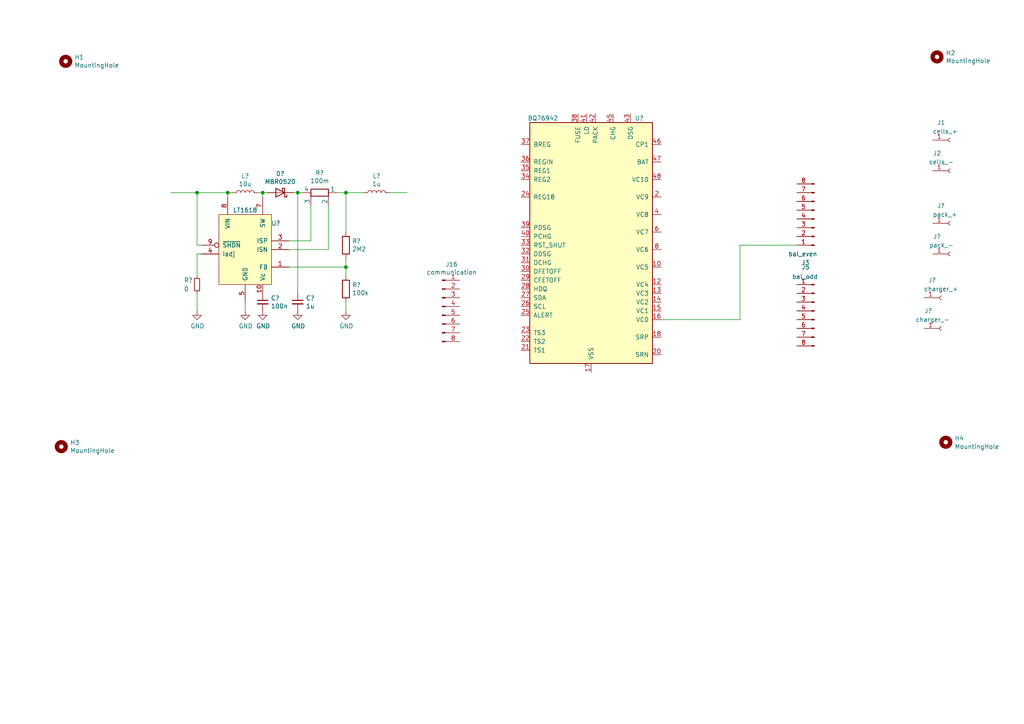
<source format=kicad_sch>
(kicad_sch (version 20230121) (generator eeschema)
  (paper "A4")
  (lib_symbols
    (symbol "Connector:Conn_01x01_Socket" (pin_names (offset 1.016) hide)
      (property "Reference" "J" (at 0 2.54 0))
      (property "Value" "Conn_01x01_Socket" (at 0 -2.54 0))
      (symbol "Conn_01x01_Socket_1_1"
        (polyline (pts (xy -1.27 0) (xy -0.508 0)) (stroke (width 0.1524)))
        (arc (start 0 0.508) (mid -0.5058 0) (end 0 -0.508) (stroke (width 0.1524)))
        (pin passive line (at -5.08 0 0) (length 3.81) (name "Pin_1") (number "1"))
      )
    )
    (symbol "Connector:Conn_01x08_Pin" (pin_names (offset 1.016) hide)
      (property "Reference" "J" (at 0 10.16 0))
      (property "Value" "Conn_01x08_Pin" (at 0 -12.7 0))
      (symbol "Conn_01x08_Pin_1_1"
        (polyline (pts (xy 1.27 -10.16) (xy 0.8636 -10.16)) (stroke (width 0.1524)))
        (polyline (pts (xy 1.27 -7.62) (xy 0.8636 -7.62)) (stroke (width 0.1524)))
        (polyline (pts (xy 1.27 -5.08) (xy 0.8636 -5.08)) (stroke (width 0.1524)))
        (polyline (pts (xy 1.27 -2.54) (xy 0.8636 -2.54)) (stroke (width 0.1524)))
        (polyline (pts (xy 1.27 0) (xy 0.8636 0)) (stroke (width 0.1524)))
        (polyline (pts (xy 1.27 2.54) (xy 0.8636 2.54)) (stroke (width 0.1524)))
        (polyline (pts (xy 1.27 5.08) (xy 0.8636 5.08)) (stroke (width 0.1524)))
        (polyline (pts (xy 1.27 7.62) (xy 0.8636 7.62)) (stroke (width 0.1524)))
        (rectangle (start 0.8636 -10.033) (end 0 -10.287) (stroke (width 0.1524)) (fill (type outline)))
        (rectangle (start 0.8636 -7.493) (end 0 -7.747) (stroke (width 0.1524)) (fill (type outline)))
        (rectangle (start 0.8636 -4.953) (end 0 -5.207) (stroke (width 0.1524)) (fill (type outline)))
        (rectangle (start 0.8636 -2.413) (end 0 -2.667) (stroke (width 0.1524)) (fill (type outline)))
        (rectangle (start 0.8636 0.127) (end 0 -0.127) (stroke (width 0.1524)) (fill (type outline)))
        (rectangle (start 0.8636 2.667) (end 0 2.413) (stroke (width 0.1524)) (fill (type outline)))
        (rectangle (start 0.8636 5.207) (end 0 4.953) (stroke (width 0.1524)) (fill (type outline)))
        (rectangle (start 0.8636 7.747) (end 0 7.493) (stroke (width 0.1524)) (fill (type outline)))
        (pin passive line (at 5.08 7.62 180) (length 3.81) (name "Pin_1") (number "1"))
        (pin passive line (at 5.08 5.08 180) (length 3.81) (name "Pin_2") (number "2"))
        (pin passive line (at 5.08 2.54 180) (length 3.81) (name "Pin_3") (number "3"))
        (pin passive line (at 5.08 0 180) (length 3.81) (name "Pin_4") (number "4"))
        (pin passive line (at 5.08 -2.54 180) (length 3.81) (name "Pin_5") (number "5"))
        (pin passive line (at 5.08 -5.08 180) (length 3.81) (name "Pin_6") (number "6"))
        (pin passive line (at 5.08 -7.62 180) (length 3.81) (name "Pin_7") (number "7"))
        (pin passive line (at 5.08 -10.16 180) (length 3.81) (name "Pin_8") (number "8"))
      )
    )
    (symbol "Device:C_Small" (pin_numbers hide) (pin_names (offset 0.254) hide)
      (property "Reference" "C" (at 0.254 1.778 0))
      (property "Value" "C_Small" (at 0.254 -2.032 0))
      (symbol "C_Small_0_1"
        (polyline (pts (xy -1.524 -0.508) (xy 1.524 -0.508)) (stroke (width 0.3302)))
        (polyline (pts (xy -1.524 0.508) (xy 1.524 0.508)) (stroke (width 0.3048)))
      )
      (symbol "C_Small_1_1"
        (pin passive line (at 0 2.54 270) (length 2.032) (name "~") (number "1"))
        (pin passive line (at 0 -2.54 90) (length 2.032) (name "~") (number "2"))
      )
    )
    (symbol "Device:D_Schottky" (pin_numbers hide) (pin_names (offset 1.016) hide)
      (property "Reference" "D" (at 0 2.54 0))
      (property "Value" "D_Schottky" (at 0 -2.54 0))
      (symbol "D_Schottky_0_1"
        (polyline (pts (xy 1.27 0) (xy -1.27 0)))
        (polyline (pts (xy 1.27 1.27) (xy 1.27 -1.27) (xy -1.27 0) (xy 1.27 1.27)) (stroke (width 0.254)))
        (polyline (pts (xy -1.905 0.635) (xy -1.905 1.27) (xy -1.27 1.27) (xy -1.27 -1.27) (xy -0.635 -1.27) (xy -0.635 -0.635)) (stroke (width 0.254)))
      )
      (symbol "D_Schottky_1_1"
        (pin passive line (at -3.81 0 0) (length 2.54) (name "K") (number "1"))
        (pin passive line (at 3.81 0 180) (length 2.54) (name "A") (number "2"))
      )
    )
    (symbol "Device:L" (pin_numbers hide) (pin_names (offset 1.016) hide)
      (property "Reference" "L" (at -1.27 0 90))
      (property "Value" "L" (at 1.905 0 90))
      (symbol "L_0_1"
        (arc (start 0 -2.54) (mid 0.6323 -1.905) (end 0 -1.27))
        (arc (start 0 -1.27) (mid 0.6323 -0.635) (end 0 0))
        (arc (start 0 0) (mid 0.6323 0.635) (end 0 1.27))
        (arc (start 0 1.27) (mid 0.6323 1.905) (end 0 2.54))
      )
      (symbol "L_1_1"
        (pin passive line (at 0 3.81 270) (length 1.27) (name "1") (number "1"))
        (pin passive line (at 0 -3.81 90) (length 1.27) (name "2") (number "2"))
      )
    )
    (symbol "Device:R" (pin_numbers hide) (pin_names (offset 0))
      (property "Reference" "R" (at 2.032 0 90))
      (property "Value" "R" (at 0 0 90))
      (symbol "R_0_1"
        (rectangle (start -1.016 -2.54) (end 1.016 2.54) (stroke (width 0.254)))
      )
      (symbol "R_1_1"
        (pin passive line (at 0 3.81 270) (length 1.27) (name "~") (number "1"))
        (pin passive line (at 0 -3.81 90) (length 1.27) (name "~") (number "2"))
      )
    )
    (symbol "Device:R_Shunt" (pin_numbers hide) (pin_names (offset 0))
      (property "Reference" "R" (at -4.445 0 90))
      (property "Value" "R_Shunt" (at -2.54 0 90))
      (symbol "R_Shunt_0_1"
        (rectangle (start -1.016 -2.54) (end 1.016 2.54) (stroke (width 0.254)))
        (polyline (pts (xy 0 -2.54) (xy 1.27 -2.54)))
        (polyline (pts (xy 1.27 2.54) (xy 0 2.54)))
      )
      (symbol "R_Shunt_1_1"
        (pin passive line (at 0 5.08 270) (length 2.54) (name "1") (number "1"))
        (pin passive line (at 3.81 2.54 180) (length 2.54) (name "2") (number "2"))
        (pin passive line (at 3.81 -2.54 180) (length 2.54) (name "3") (number "3"))
        (pin passive line (at 0 -5.08 90) (length 2.54) (name "4") (number "4"))
      )
    )
    (symbol "Device:R_Small" (pin_numbers hide) (pin_names (offset 0.254) hide)
      (property "Reference" "R" (at 0.762 0.508 0))
      (property "Value" "R_Small" (at 0.762 -1.016 0))
      (symbol "R_Small_0_1"
        (rectangle (start -0.762 1.778) (end 0.762 -1.778) (stroke (width 0.2032)))
      )
      (symbol "R_Small_1_1"
        (pin passive line (at 0 2.54 270) (length 0.762) (name "~") (number "1"))
        (pin passive line (at 0 -2.54 90) (length 0.762) (name "~") (number "2"))
      )
    )
    (symbol "Mechanical:MountingHole" (pin_names (offset 1.016))
      (property "Reference" "H" (at 0 5.08 0))
      (property "Value" "MountingHole" (at 0 3.175 0))
      (symbol "MountingHole_0_1"
        (circle (center 0 0) (radius 1.27) (stroke (width 1.27)))
      )
    )
    (symbol "power:GND" (power) (pin_names (offset 0))
      (property "Value" "GND" (at 0 -3.81 0))
      (symbol "GND_0_1"
        (polyline (pts (xy 0 0) (xy 0 -1.27) (xy 1.27 -1.27) (xy 0 -2.54) (xy -1.27 -1.27) (xy 0 -1.27)))
      )
      (symbol "GND_1_1"
        (pin power_in line (at 0 0 270) (length 0) hide (name "GND") (number "1"))
      )
    )
    (symbol "telec:BQ76942" (pin_names (offset 1.016))
      (property "Reference" "U" (at -17.78 35.56 0))
      (property "Value" "BQ76942" (at -7.62 38.1 0))
      (symbol "BQ76942_0_0"
        (pin power_out line (at -20.32 15.24 0) (length 2.54) (name "REG18") (number "24"))
        (pin bidirectional line (at -20.32 -11.43 0) (length 2.54) (name "HDQ") (number "28"))
        (pin bidirectional line (at -20.32 -8.89 0) (length 2.54) (name "CFETOFF") (number "29"))
        (pin bidirectional line (at -20.32 -6.35 0) (length 2.54) (name "DFETOFF") (number "30"))
        (pin bidirectional line (at -20.32 -3.81 0) (length 2.54) (name "DCHG") (number "31"))
        (pin bidirectional line (at -20.32 -1.27 0) (length 2.54) (name "DDSG") (number "32"))
        (pin input line (at -20.32 1.27 0) (length 2.54) (name "RST_SHUT") (number "33"))
        (pin power_out line (at -20.32 20.32 0) (length 2.54) (name "REG2") (number "34"))
        (pin output line (at -20.32 30.48 0) (length 2.54) (name "BREG") (number "37"))
        (pin output line (at -3.81 39.37 270) (length 2.54) (name "FUSE") (number "38"))
        (pin output line (at -20.32 6.35 0) (length 2.54) (name "PDSG") (number "39"))
        (pin output line (at -20.32 3.81 0) (length 2.54) (name "PCHG") (number "40"))
        (pin bidirectional line (at -1.27 39.37 270) (length 2.54) (name "LD") (number "41"))
        (pin input line (at 1.27 39.37 270) (length 2.54) (name "PACK") (number "42"))
      )
      (symbol "BQ76942_0_1"
        (rectangle (start -17.78 36.83) (end 17.78 -33.02) (stroke (width 0.254)) (fill (type background)))
      )
      (symbol "BQ76942_1_0"
        (pin input line (at 20.32 -5.08 180) (length 2.54) (name "VC5") (number "10"))
        (pin input line (at 20.32 -10.16 180) (length 2.54) (name "VC4") (number "12"))
        (pin input line (at 20.32 -12.7 180) (length 2.54) (name "VC3") (number "13"))
        (pin input line (at 20.32 -15.24 180) (length 2.54) (name "VC2") (number "14"))
        (pin input line (at 20.32 -17.78 180) (length 2.54) (name "VC1") (number "15"))
        (pin input line (at 20.32 -20.32 180) (length 2.54) (name "VC0") (number "16"))
        (pin input line (at 20.32 -25.4 180) (length 2.54) (name "SRP") (number "18"))
        (pin input line (at 20.32 15.24 180) (length 2.54) (name "VC9") (number "2"))
        (pin input line (at 20.32 -30.48 180) (length 2.54) (name "SRN") (number "20"))
        (pin passive line (at -20.32 -29.21 0) (length 2.54) (name "TS1") (number "21"))
        (pin passive line (at -20.32 -26.67 0) (length 2.54) (name "TS2") (number "22"))
        (pin passive line (at -20.32 -24.13 0) (length 2.54) (name "TS3") (number "23"))
        (pin bidirectional line (at -20.32 -19.05 0) (length 2.54) (name "ALERT") (number "25"))
        (pin no_connect line (at 20.32 12.7 180) (length 2.54) hide (name "NC") (number "3"))
        (pin power_out line (at -20.32 22.86 0) (length 2.54) (name "REG1") (number "35"))
        (pin power_in line (at -20.32 25.4 0) (length 2.54) (name "REGIN") (number "36"))
        (pin input line (at 20.32 10.16 180) (length 2.54) (name "VC8") (number "4"))
        (pin passive line (at 20.32 30.48 180) (length 2.54) (name "CP1") (number "46"))
        (pin power_in line (at 20.32 25.4 180) (length 2.54) (name "BAT") (number "47"))
        (pin input line (at 20.32 20.32 180) (length 2.54) (name "VC10") (number "48"))
        (pin input line (at 20.32 5.08 180) (length 2.54) (name "VC7") (number "6"))
        (pin input line (at 20.32 0 180) (length 2.54) (name "VC6") (number "8"))
      )
      (symbol "BQ76942_1_1"
        (pin no_connect line (at 20.32 17.78 180) (length 2.54) hide (name "NC") (number "1"))
        (pin no_connect line (at 20.32 -7.62 180) (length 2.54) hide (name "NC") (number "11"))
        (pin power_in line (at 0 -35.56 90) (length 2.54) (name "VSS") (number "17"))
        (pin no_connect line (at 20.32 -27.94 180) (length 2.54) hide (name "NC") (number "19"))
        (pin bidirectional line (at -20.32 -16.51 0) (length 2.54) (name "SCL") (number "26"))
        (pin bidirectional line (at -20.32 -13.97 0) (length 2.54) (name "SDA") (number "27"))
        (pin output line (at 11.43 39.37 270) (length 2.54) (name "DSG") (number "43"))
        (pin no_connect line (at 8.89 39.37 270) (length 2.54) hide (name "NC") (number "44"))
        (pin output line (at 6.35 39.37 270) (length 2.54) (name "CHG") (number "45"))
        (pin no_connect line (at 20.32 7.62 180) (length 2.54) hide (name "NC") (number "5"))
        (pin no_connect line (at 20.32 2.54 180) (length 2.54) hide (name "NC") (number "7"))
        (pin no_connect line (at 20.32 -2.54 180) (length 2.54) hide (name "NC") (number "9"))
      )
    )
    (symbol "telec:LT1618_RIGHT" (pin_names (offset 1.016))
      (property "Reference" "U" (at 10.16 7.62 0))
      (property "Value" "LT1618_RIGHT" (at 8.89 11.43 0))
      (symbol "LT1618_RIGHT_0_0"
        (pin input line (at 12.7 -5.08 180) (length 5.08) (name "FB") (number "1"))
        (pin passive line (at 5.08 -12.7 90) (length 2.54) (name "Vc") (number "10"))
        (pin input line (at 12.7 0 180) (length 5.08) (name "ISN") (number "2"))
        (pin input line (at 12.7 2.54 180) (length 5.08) (name "ISP") (number "3"))
        (pin passive line (at -12.7 -1.27 0) (length 5.08) (name "Iadj") (number "4"))
        (pin power_in line (at 0 -15.24 90) (length 5.08) (name "GND") (number "5"))
        (pin no_connect line (at -12.7 -3.81 0) (length 5.08) hide (name "NC") (number "6"))
        (pin open_collector line (at 5.08 15.24 270) (length 5.08) (name "SW") (number "7"))
        (pin power_in line (at -5.08 15.24 270) (length 5.08) (name "VIN") (number "8"))
        (pin input inverted (at -12.7 1.27 0) (length 5.08) (name "~{SHDN}") (number "9"))
      )
      (symbol "LT1618_RIGHT_0_1"
        (rectangle (start -7.62 10.16) (end 7.62 -10.16) (fill (type background)))
      )
    )
  )
  (junction (at 100.33 55.88))
  (junction (at 66.04 55.88))
  (junction (at 100.33 77.47))
  (junction (at 57.15 55.88))
  (junction (at 76.2 55.88))
  (junction (at 86.36 55.88))
  (wire (pts (xy 83.82 77.47) (xy 100.33 77.47)))
  (wire (pts (xy 58.42 71.12) (xy 57.15 71.12)))
  (wire (pts (xy 66.04 57.15) (xy 66.04 55.88)))
  (wire (pts (xy 71.12 90.17) (xy 71.12 87.63)))
  (wire (pts (xy 86.36 55.88) (xy 85.09 55.88)))
  (wire (pts (xy 231.14 71.12) (xy 214.63 71.12)))
  (wire (pts (xy 83.82 69.85) (xy 90.17 69.85)))
  (wire (pts (xy 95.25 59.69) (xy 95.25 72.39)))
  (wire (pts (xy 66.04 55.88) (xy 67.31 55.88)))
  (wire (pts (xy 57.15 55.88) (xy 66.04 55.88)))
  (wire (pts (xy 57.15 71.12) (xy 57.15 55.88)))
  (wire (pts (xy 76.2 55.88) (xy 77.47 55.88)))
  (wire (pts (xy 90.17 69.85) (xy 90.17 59.69)))
  (wire (pts (xy 87.63 55.88) (xy 86.36 55.88)))
  (wire (pts (xy 100.33 67.31) (xy 100.33 55.88)))
  (wire (pts (xy 100.33 77.47) (xy 100.33 74.93)))
  (wire (pts (xy 214.63 71.12) (xy 214.63 92.71)))
  (wire (pts (xy 100.33 77.47) (xy 100.33 80.01)))
  (wire (pts (xy 76.2 55.88) (xy 74.93 55.88)))
  (wire (pts (xy 57.15 90.17) (xy 57.15 85.09)))
  (wire (pts (xy 86.36 55.88) (xy 86.36 85.09)))
  (wire (pts (xy 113.03 55.88) (xy 118.11 55.88)))
  (wire (pts (xy 57.15 80.01) (xy 57.15 73.66)))
  (wire (pts (xy 100.33 55.88) (xy 105.41 55.88)))
  (wire (pts (xy 100.33 55.88) (xy 97.79 55.88)))
  (wire (pts (xy 57.15 55.88) (xy 49.53 55.88)))
  (wire (pts (xy 95.25 72.39) (xy 83.82 72.39)))
  (wire (pts (xy 76.2 57.15) (xy 76.2 55.88)))
  (wire (pts (xy 214.63 92.71) (xy 191.77 92.71)))
  (wire (pts (xy 57.15 73.66) (xy 58.42 73.66)))
  (wire (pts (xy 100.33 90.17) (xy 100.33 87.63)))
  (symbol (lib_id "Connector:Conn_01x08_Pin") (at 236.22 63.5 180) (unit 1)
    (property "Reference" "J3" (at 232.41 76.2 0) (effects (justify right)))
    (property "Value" "bal_even" (at 228.6 73.66 0) (effects (justify right)))
    (property "Footprint" "telec:Castellated_1x08_P2.54mm" (effects hide))
  )
  (symbol (lib_id "Connector:Conn_01x08_Pin") (at 236.22 90.17 0) (mirror y) (unit 1)
    (property "Reference" "J5" (at 233.68 77.47 0))
    (property "Value" "bal_odd" (at 233.4768 80.264 0))
    (property "Footprint" "telec:Castellated_1x08_P2.54mm" (effects hide))
  )
  (symbol (lib_id "Connector:Conn_01x01_Socket") (at 275.59 40.64 0) (unit 1)
    (property "Reference" "J1" (at 271.78 35.56 0) (effects (justify left)))
    (property "Value" "cells_+" (at 270.51 38.1 0) (effects (justify left)))
    (property "Footprint" "Connector_Wire:SolderWirePad_1x01_Drill1mm" (effects hide))
  )
  (symbol (lib_id "Connector:Conn_01x01_Socket") (at 275.59 49.53 0) (unit 1)
    (property "Reference" "J2" (at 271.78 44.45 0))
    (property "Value" "cells_-" (at 273.05 46.99 0))
    (property "Footprint" "Connector_Wire:SolderWirePad_1x01_Drill1mm" (effects hide))
  )
  (symbol (lib_id "Mechanical:MountingHole") (at 19.05 17.78 0) (unit 1)
    (property "Reference" "H1" (at 21.59 16.6116 0) (effects (justify left)))
    (property "Value" "MountingHole" (at 21.59 18.923 0) (effects (justify left)))
    (property "Footprint" "MountingHole:MountingHole_2mm" (effects hide))
  )
  (symbol (lib_id "Mechanical:MountingHole") (at 271.78 16.51 0) (unit 1)
    (property "Reference" "H2" (at 274.32 15.3416 0) (effects (justify left)))
    (property "Value" "MountingHole" (at 274.32 17.653 0) (effects (justify left)))
    (property "Footprint" "MountingHole:MountingHole_2mm" (effects hide))
  )
  (symbol (lib_id "Mechanical:MountingHole") (at 17.78 129.54 0) (unit 1)
    (property "Reference" "H3" (at 20.32 128.3716 0) (effects (justify left)))
    (property "Value" "MountingHole" (at 20.32 130.683 0) (effects (justify left)))
    (property "Footprint" "MountingHole:MountingHole_2mm" (effects hide))
  )
  (symbol (lib_id "Mechanical:MountingHole") (at 274.32 128.27 0) (unit 1)
    (property "Reference" "H4" (at 276.86 127.1016 0) (effects (justify left)))
    (property "Value" "MountingHole" (at 276.86 129.54 0) (effects (justify left)))
    (property "Footprint" "MountingHole:MountingHole_2mm" (effects hide))
  )
  (symbol (lib_id "Connector:Conn_01x08_Pin") (at 128.27 88.9 0) (unit 1)
    (property "Reference" "J16" (at 131.0132 76.6826 0))
    (property "Value" "communication" (at 131.0132 78.994 0))
    (property "Footprint" "telec:DualSide_2x05_P1.27mm_Vertical_SMD" (effects hide))
  )
  (symbol (lib_id "Connector:Conn_01x01_Socket") (at 275.59 64.77 0) (unit 1)
    (property "Reference" "J?" (at 271.78 59.69 0) (effects (justify left)))
    (property "Value" "pack_+" (at 270.51 62.23 0) (effects (justify left)))
    (property "Footprint" "Connector_Wire:SolderWirePad_1x01_Drill1mm" (effects hide))
  )
  (symbol (lib_id "Connector:Conn_01x01_Socket") (at 275.59 73.66 0) (unit 1)
    (property "Reference" "J?" (at 271.78 68.58 0))
    (property "Value" "pack_-" (at 273.05 71.12 0))
    (property "Footprint" "Connector_Wire:SolderWirePad_1x01_Drill1mm" (effects hide))
  )
  (symbol (lib_id "Connector:Conn_01x01_Socket") (at 273.05 86.36 0) (unit 1)
    (property "Reference" "J?" (at 269.24 81.28 0) (effects (justify left)))
    (property "Value" "charger_+" (at 267.97 83.82 0) (effects (justify left)))
    (property "Footprint" "Connector_Wire:SolderWirePad_1x01_Drill1mm" (effects hide))
  )
  (symbol (lib_id "Connector:Conn_01x01_Socket") (at 273.05 95.25 0) (unit 1)
    (property "Reference" "J?" (at 269.24 90.17 0))
    (property "Value" "charger_-" (at 270.51 92.71 0))
    (property "Footprint" "Connector_Wire:SolderWirePad_1x01_Drill1mm" (effects hide))
  )
  (symbol (lib_id "telec:BQ76942") (at 171.45 72.39 0) (unit 1)
    (property "Reference" "U?" (at 185.42 34.29 0))
    (property "Value" "BQ76942" (at 157.48 34.29 0))
    (property "Footprint" "Package_QFP:TQFP-48_7x7mm_P0.5mm" (effects hide))
    (property "Datasheet" "http://www.ti.com/lit/gpn/bq76940" (effects hide))
  )
  (symbol (lib_id "Device:D_Schottky") (at 81.28 55.88 180) (unit 1)
    (property "Reference" "D?" (at 81.28 50.3936 0))
    (property "Value" "MBR0520" (at 81.28 52.705 0))
  )
  (symbol (lib_id "Device:L") (at 71.12 55.88 90) (unit 1)
    (property "Reference" "L?" (at 71.12 51.054 90))
    (property "Value" "10u" (at 71.12 53.3654 90))
  )
  (symbol (lib_id "Device:R_Shunt") (at 92.71 55.88 270) (unit 1)
    (property "Reference" "R?" (at 92.71 50.165 90))
    (property "Value" "100m" (at 92.71 52.4764 90))
  )
  (symbol (lib_id "Device:R") (at 100.33 71.12 0) (unit 1)
    (property "Reference" "R?" (at 102.108 69.9516 0) (effects (justify left)))
    (property "Value" "2M2" (at 102.108 72.263 0) (effects (justify left)))
  )
  (symbol (lib_id "Device:R") (at 100.33 83.82 0) (unit 1)
    (property "Reference" "R?" (at 102.108 82.6516 0) (effects (justify left)))
    (property "Value" "100k" (at 102.108 84.963 0) (effects (justify left)))
  )
  (symbol (lib_id "power:GND") (at 71.12 90.17 0) (unit 1)
    (property "Reference" "#PWR?" (effects hide))
    (property "Value" "GND" (at 71.247 94.5642 0))
  )
  (symbol (lib_id "power:GND") (at 100.33 90.17 0) (unit 1)
    (property "Reference" "#PWR?" (effects hide))
    (property "Value" "GND" (at 100.457 94.5642 0))
  )
  (symbol (lib_id "Device:R_Small") (at 57.15 82.55 0) (mirror y) (unit 1)
    (property "Reference" "R?" (at 53.34 81.28 0) (effects (justify right)))
    (property "Value" "0" (at 53.34 83.82 0) (effects (justify right)))
  )
  (symbol (lib_id "Device:C_Small") (at 76.2 87.63 0) (unit 1)
    (property "Reference" "C?" (at 78.5368 86.4616 0) (effects (justify left)))
    (property "Value" "100n" (at 78.5368 88.773 0) (effects (justify left)))
  )
  (symbol (lib_id "power:GND") (at 76.2 90.17 0) (unit 1)
    (property "Reference" "#PWR?" (effects hide))
    (property "Value" "GND" (at 76.327 94.5642 0))
  )
  (symbol (lib_id "power:GND") (at 57.15 90.17 0) (unit 1)
    (property "Reference" "#PWR?" (effects hide))
    (property "Value" "GND" (at 57.277 94.5642 0))
  )
  (symbol (lib_id "telec:LT1618_RIGHT") (at 71.12 72.39 0) (unit 1)
    (property "Reference" "U?" (at 80.01 64.77 0))
    (property "Value" "LT1618" (at 71.12 60.96 0))
    (property "Footprint" "Package_SO:MSOP-10_3x3mm_P0.5mm" (effects hide))
    (property "Datasheet" "https://www.analog.com/media/en/technical-documentation/data-sheets/1618fas.pdf" (effects hide))
  )
  (symbol (lib_id "Device:C_Small") (at 86.36 87.63 0) (unit 1)
    (property "Reference" "C?" (at 88.6968 86.4616 0) (effects (justify left)))
    (property "Value" "1u" (at 88.6968 88.773 0) (effects (justify left)))
  )
  (symbol (lib_id "power:GND") (at 86.36 90.17 0) (unit 1)
    (property "Reference" "#PWR?" (effects hide))
    (property "Value" "GND" (at 86.487 94.5642 0))
  )
  (symbol (lib_id "Device:L") (at 109.22 55.88 90) (unit 1)
    (property "Reference" "L?" (at 109.22 51.054 90))
    (property "Value" "1u" (at 109.22 53.3654 90))
  )
)
</source>
